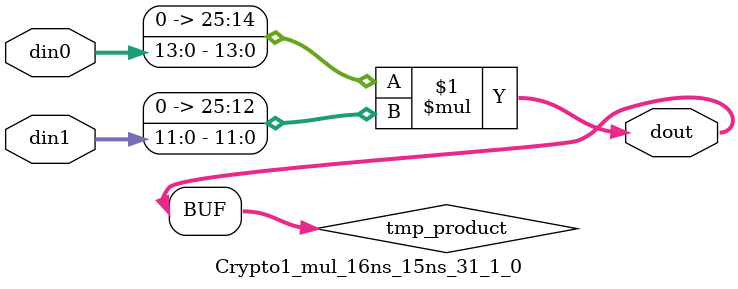
<source format=v>

`timescale 1 ns / 1 ps

 module Crypto1_mul_16ns_15ns_31_1_0(din0, din1, dout);
parameter ID = 1;
parameter NUM_STAGE = 0;
parameter din0_WIDTH = 14;
parameter din1_WIDTH = 12;
parameter dout_WIDTH = 26;

input [din0_WIDTH - 1 : 0] din0; 
input [din1_WIDTH - 1 : 0] din1; 
output [dout_WIDTH - 1 : 0] dout;

wire signed [dout_WIDTH - 1 : 0] tmp_product;
























assign tmp_product = $signed({1'b0, din0}) * $signed({1'b0, din1});











assign dout = tmp_product;





















endmodule

</source>
